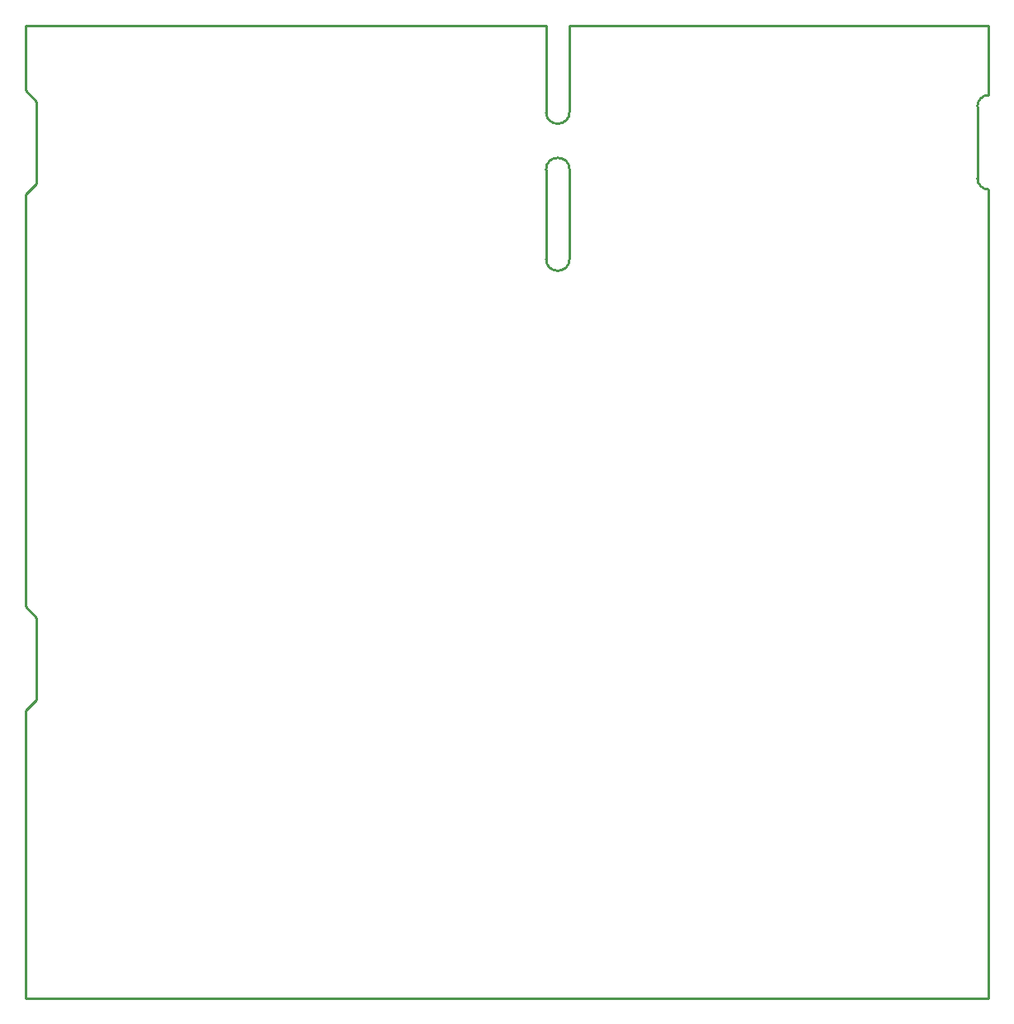
<source format=gko>
G04 Layer: BoardOutline*
G04 EasyEDA v6.3.22, 2020-04-16T16:32:26+08:00*
G04 928550df28224f32970c11639e6f1fd0,b166db8205ee484a91a1acb555850d7f,10*
G04 Gerber Generator version 0.2*
G04 Scale: 100 percent, Rotated: No, Reflected: No *
G04 Dimensions in millimeters *
G04 leading zeros omitted , absolute positions ,3 integer and 3 decimal *
%FSLAX33Y33*%
%MOMM*%
G90*
G71D02*

%ADD10C,0.254000*%
G54D10*
G01X97536Y83947D02*
G01X97536Y91313D01*
G01X98679Y99568D02*
G01X98679Y92456D01*
G01X98679Y75692D02*
G01X98679Y82804D01*
G01X55753Y99568D02*
G01X98679Y99568D01*
G01X55753Y90805D02*
G01X55753Y99568D01*
G01X53340Y99568D02*
G01X53340Y90678D01*
G01X55753Y84836D02*
G01X55753Y75692D01*
G01X55753Y75692D01*
G01X53340Y75692D02*
G01X53340Y84836D01*
G01X98679Y0D02*
G01X98679Y75692D01*
G01X0Y0D02*
G01X98679Y0D01*
G01X0Y75692D02*
G01X0Y82296D01*
G01X1143Y83439D01*
G01X1143Y91821D01*
G01X0Y92964D01*
G01X0Y99568D01*
G01X0Y99568D02*
G01X53340Y99568D01*
G01X0Y29466D02*
G01X0Y0D01*
G01X0Y75692D02*
G01X0Y40147D01*
G01X0Y40147D02*
G01X1143Y38989D01*
G01X1140Y30607D01*
G01X0Y29466D01*
G75*
G01X97536Y91313D02*
G02X98679Y92456I1143J0D01*
G01*
G75*
G01X53340Y84836D02*
G02X55753Y84836I1207J0D01*
G01*
G75*
G01X55753Y90805D02*
G02X53340Y90678I-1207J-60D01*
G01*
G75*
G01X55753Y75692D02*
G02X53340Y75692I-1206J0D01*
G01*
G75*
G01X97536Y83947D02*
G03X98679Y82804I1143J0D01*
G01*

%LPD*%
M00*
M02*

</source>
